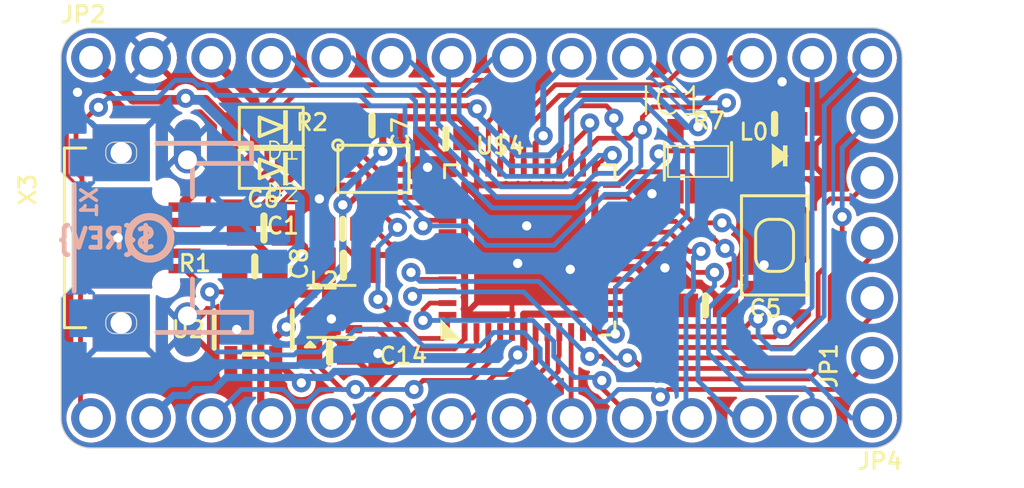
<source format=kicad_pcb>
(kicad_pcb (version 20221018) (generator pcbnew)
  (layers (0 "F.Cu" signal) (31 "B.Cu" signal) (34 "B.Paste" user) (35 "F.Paste" user) (36 "B.SilkS" user "B.Silkscreen") (37 "F.SilkS" user "F.Silkscreen") (38 "B.Mask" user) (39 "F.Mask" user) (44 "Edge.Cuts" user))
  (net 0 "")
  (net 1 "GND")
  (net 2 "MOSI")
  (net 3 "MISO")
  (net 4 "SCK")
  (net 5 "A5")
  (net 6 "A4")
  (net 7 "A3")
  (net 8 "A2")
  (net 9 "A1")
  (net 10 "D11")
  (net 11 "D12")
  (net 12 "+3V3")
  (net 13 "VBUS")
  (net 14 "VBAT")
  (net 15 "N$2")
  (net 16 "AREF")
  (net 17 "D13")
  (net 18 "A0")
  (net 19 "VDDCORE")
  (net 20 "SCL")
  (net 21 "SDA")
  (net 22 "D9")
  (net 23 "D8")
  (net 24 "D7")
  (net 25 "D6")
  (net 26 "D5")
  (net 27 "D4")
  (net 28 "D1")
  (net 29 "D0")
  (net 30 "D10")
  (net 31 "D+")
  (net 32 "D-")
  (net 33 "~{RESET}")
  (net 34 "SWCLK")
  (net 35 "SWDIO")
  (net 36 "EN")
  (net 37 "D3")
  (net 38 "D2")
  (net 39 "VHI")
  (net 40 "N$5")
  (net 41 "D5_5V")
  (net 42 "N$1")
  (net 43 "FLASH_SCK")
  (net 44 "FLASH_MOSI")
  (net 45 "FLASH_MISO")
  (net 46 "FLASH_CS")
  (footprint "working:4UCONN_20329_V2" (layer "F.Cu") (at 135.1661 105.0036 -90)
    (fp_text reference "X3")
    (fp_text value "microUSB")
    (fp_line (start -4.05 2.15) (end -4.05 1.6) (stroke (width 0.05)) (layer "Edge.Cuts"))
    (fp_line (start -3.7 1.25) (end -3.5 1.25) (stroke (width 0.05)) (layer "Edge.Cuts"))
    (fp_line (start -3.5 2.55) (end -3.7 2.55) (stroke (width 0.05)) (layer "Edge.Cuts"))
    (fp_line (start -3.15 1.6) (end -3.15 2.15) (stroke (width 0.05)) (layer "Edge.Cuts"))
    (fp_line (start 3.15 2.2) (end 3.15 1.6) (stroke (width 0.05)) (layer "Edge.Cuts"))
    (fp_line (start 4.05 1.6) (end 4.05 2.2) (stroke (width 0.05)) (layer "Edge.Cuts"))
    (fp_arc (start -4.05 1.6) (mid -3.947487 1.352513) (end -3.7 1.25) (stroke (width 0.05)) (layer "Edge.Cuts"))
    (fp_arc (start -3.7 2.55) (mid -3.957843 2.422487) (end -4.05 2.15) (stroke (width 0.05)) (layer "Edge.Cuts"))
    (fp_arc (start -3.5 1.25) (mid -3.252513 1.352513) (end -3.15 1.6) (stroke (width 0.05)) (layer "Edge.Cuts"))
    (fp_arc (start -3.15 2.15) (mid -3.242157 2.422487) (end -3.5 2.55) (stroke (width 0.05)) (layer "Edge.Cuts"))
    (fp_arc (start 3.15 1.6) (mid 3.302513 1.331802) (end 3.6 1.25) (stroke (width 0.05)) (layer "Edge.Cuts"))
    (fp_arc (start 3.6 1.25) (mid 3.897487 1.331802) (end 4.05 1.6) (stroke (width 0.05)) (layer "Edge.Cuts"))
    (fp_arc (start 3.6 2.55) (mid 3.302513 2.468198) (end 3.15 2.2) (stroke (width 0.05)) (layer "Edge.Cuts"))
    (fp_arc (start 4.05 2.2) (mid 3.897487 2.468198) (end 3.6 2.55) (stroke (width 0.05)) (layer "Edge.Cuts"))
  )
  (footprint "working:0603-NO" (layer "F.Cu") (at 160.8836 100.1776 180)
    (fp_text reference "R7")
    (fp_text value "2.2K")
  )
  (footprint "working:0603-NO" (layer "F.Cu") (at 157.9626 107.8611)
    (fp_text reference "C5")
    (fp_text value "1uF")
  )
  (footprint "working:SOD-123FL" (layer "F.Cu") (at 139.6111 102.0826 180)
    (fp_text reference "D2")
    (fp_text value "MBR120")
  )
  (footprint "working:SOD-123FL" (layer "F.Cu") (at 139.6111 100.3046 180)
    (fp_text reference "D1")
    (fp_text value "MBR120")
  )
  (footprint "working:0603-NO" (layer "F.Cu") (at 146.9896 100.7956 180)
    (fp_text reference "C7")
    (fp_text value "1uF")
  )
  (footprint "working:APA102_2020" (layer "F.Cu") (at 142.1511 108.1151)
    (fp_text reference "L2")
    (fp_text value "AP102-2020")
  )
  (footprint "working:TQFN48_7MM" (layer "F.Cu") (at 150.5331 105.5116)
    (fp_text reference "U$4")
    (fp_text value "ATSAMD21G18")
  )
  (footprint "working:0603-NO" (layer "F.Cu") (at 142.6337 104.6226 180)
    (fp_text reference "C1")
    (fp_text value "1uF")
  )
  (footprint "working:0805-NO" (layer "F.Cu") (at 139.2986 104.5826)
    (fp_text reference "C6")
    (fp_text value "10µF")
  )
  (footprint "working:0603-NO" (layer "F.Cu") (at 142.0749 109.866507)
    (fp_text reference "C14")
    (fp_text value "1uF")
  )
  (footprint "working:0603-NO" (layer "F.Cu") (at 143.8656 100.2411 180)
    (fp_text reference "R2")
    (fp_text value "100k")
  )
  (footprint "working:SOT23-5" (layer "F.Cu") (at 138.8491 108.8771 180)
    (fp_text reference "U2")
    (fp_text value "AP2112K-3.3")
  )
  (footprint "working:0603-NO" (layer "F.Cu") (at 138.9126 106.2101 180)
    (fp_text reference "R1")
    (fp_text value "100k")
  )
  (footprint "working:CHIPLED_0805_NOOUTLINE" (layer "F.Cu") (at 161.0961 101.5346 -90)
    (fp_text reference "L0")
    (fp_text value "RED")
  )
  (footprint "working:0805-NO" (layer "F.Cu") (at 142.6626 106.1616 180)
    (fp_text reference "C8")
    (fp_text value "10µF")
  )
  (footprint "working:KMR2" (layer "F.Cu") (at 160.8836 105.3211 -90)
    (fp_text reference "SW1" hide)
    (fp_text value "SPST_TACT-KMR2" hide)
  )
  (footprint "working:1X05_ROUND_70" (layer "F.Cu") (at 165.0111 105.0036 90)
    (fp_text reference "JP1")
    (fp_text value "")
  )
  (footprint "working:SOT23-5" (layer "F.Cu") (at 157.6451 101.7651)
    (fp_text reference "IC1")
    (fp_text value "74HCT1G125")
  )
  (footprint "working:USON8" (layer "F.Cu") (at 143.9291 102.0826)
    (fp_text reference "U1" hide)
    (fp_text value "flash" hide)
  )
  (footprint "working:1X14_ROUND70" (layer "F.Cu") (at 148.5011 97.3836)
    (fp_text reference "JP2")
    (fp_text value "")
  )
  (footprint "working:FIDUCIAL_1MM" (layer "F.Cu") (at 161.1376 104.8766 -90)
    (fp_text reference "U$34" hide)
    (fp_text value "FIDUCIAL_1MM" hide)
  )
  (footprint "working:ITSYM0_TOP" (layer "F.Cu") (at 130.7211 113.8936)
    (fp_text reference "U$14" hide)
    (fp_text value "" hide)
  )
  (footprint "working:1X14_ROUND70" (layer "F.Cu") (at 148.5011 112.6236 180)
    (fp_text reference "JP4")
    (fp_text value "")
  )
  (footprint "working:FIDUCIAL_1MM" (layer "F.Cu") (at 132.9908 110.9021 -90)
    (fp_text reference "U$35" hide)
    (fp_text value "FIDUCIAL_1MM" hide)
  )
  (footprint "working:ITSYM0_BOT" (layer "B.Cu") (at 166.2811 113.8936 180)
    (fp_text reference "U$15" hide)
    (fp_text value "" hide)
  )
  (footprint "working:JSTPH2" (layer "B.Cu") (at 134.2771 105.0036 -90)
    (fp_text reference "X1")
    (fp_text value "")
  )
  (footprint "working:PCBFEAT-REV-040" (layer "B.Cu") (at 134.4676 105.0036 180)
    (fp_text reference "U$13" hide)
    (fp_text value "" hide)
  )
  (gr_arc (start 165.0111 96.1136) (mid 165.909126 96.485574) (end 166.2811 97.3836) (stroke (width 0.05)) (layer "Edge.Cuts"))
  (gr_arc (start 130.7211 97.3836) (mid 131.093074 96.485574) (end 131.9911 96.1136) (stroke (width 0.05)) (layer "Edge.Cuts"))
  (gr_line (start 131.9911 113.8936) (end 165.0111 113.8936) (stroke (width 0.05)) (layer "Edge.Cuts"))
  (gr_arc (start 166.2811 112.6236) (mid 165.909126 113.521626) (end 165.0111 113.8936) (stroke (width 0.05)) (layer "Edge.Cuts"))
  (gr_arc (start 131.9911 113.8936) (mid 131.093074 113.521626) (end 130.7211 112.6236) (stroke (width 0.05)) (layer "Edge.Cuts"))
  (gr_line (start 131.2291 102.7176) (end 131.2291 107.0356) (stroke (width 0.05)) (layer "Edge.Cuts"))
  (gr_line (start 130.7211 107.5436) (end 130.7211 112.6236) (stroke (width 0.05)) (layer "Edge.Cuts"))
  (gr_line (start 166.2811 112.6236) (end 166.2811 97.3836) (stroke (width 0.05)) (layer "Edge.Cuts"))
  (gr_line (start 130.7211 97.3836) (end 130.7211 102.2096) (stroke (width 0.05)) (layer "Edge.Cuts"))
  (gr_line (start 165.0111 96.1136) (end 131.9911 96.1136) (stroke (width 0.05)) (layer "Edge.Cuts"))
  (gr_line (start 130.7211 102.2096) (end 131.2291 102.7176) (stroke (width 0.05)) (layer "Edge.Cuts"))
  (gr_line (start 131.2291 107.0356) (end 130.7211 107.5436) (stroke (width 0.05)) (layer "Edge.Cuts"))
  (segment (start 142.0241 106.5366) (end 142.0241 107.8611) (width 0.2032) (layer "F.Cu") (net 1))
  (segment (start 142.7291 102.8326) (end 142.4171 102.8326) (width 0.2032) (layer "F.Cu") (net 1))
  (segment (start 150.0251 105.5116) (end 150.5331 105.5116) (width 0.2032) (layer "F.Cu") (net 1))
  (segment (start 141.817116 106.188211) (end 141.908294 106.245817) (width 0.2032) (layer "F.Cu") (net 1))
  (segment (start 141.7126 106.1616) (end 141.7126 106.1616) (width 0.2032) (layer "F.Cu") (net 1))
  (segment (start 149.7831 108.9866) (end 149.7831 106.3886) (width 0.2032) (layer "F.Cu") (net 1))
  (segment (start 150.5331 105.3886) (end 150.5331 104.6226) (width 0.2032) (layer "F.Cu") (net 1))
  (segment (start 142.1511 108.4326) (end 142.1511 107.9881) (width 0.2032) (layer "F.Cu") (net 1))
  (segment (start 150.5331 104.6226) (end 150.4061 104.4956) (width 0.2032) (layer "F.Cu") (net 1))
  (segment (start 142.0241 102.9716) (end 141.6431 103.3526) (width 0.2032) (layer "F.Cu") (net 1))
  (segment (start 159.8611 103.0986) (end 160.0836 103.3211) (width 0.254) (layer "F.Cu") (net 1))
  (segment (start 158.7246 107.8611) (end 158.0261 107.1626) (width 0.2032) (layer "F.Cu") (net 1))
  (segment (start 142.2781 102.9716) (end 142.0241 102.9716) (width 0.2032) (layer "F.Cu") (net 1))
  (segment (start 138.8491 107.577) (end 138.8491 108.2421) (width 0.3048) (layer "F.Cu") (net 1))
  (segment (start 135.9411 106.3036) (end 136.133806 106.3036) (width 0.2032) (layer "F.Cu") (net 1))
  (segment (start 142.4171 102.8326) (end 142.2781 102.9716) (width 0.2032) (layer "F.Cu") (net 1))
  (segment (start 141.908294 106.245817) (end 141.977207 106.328779) (width 0.2032) (layer "F.Cu") (net 1))
  (segment (start 150.0251 106.0831) (end 150.0251 105.5116) (width 0.2032) (layer "F.Cu") (net 1))
  (segment (start 138.8491 108.2421) (end 138.5316 108.5596) (width 0.3048) (layer "F.Cu") (net 1))
  (segment (start 158.5951 103.0986) (end 158.5951 103.0551) (width 0.254) (layer "F.Cu") (net 1))
  (segment (start 158.8126 107.8611) (end 158.7246 107.8611) (width 0.2032) (layer "F.Cu") (net 1))
  (segment (start 158.5951 103.0986) (end 159.8611 103.0986) (width 0.254) (layer "F.Cu") (net 1))
  (segment (start 148.2831 102.0366) (end 148.2831 105.6386) (width 0.2032) (layer "F.Cu") (net 1))
  (segment (start 141.7126 106.1616) (end 141.817116 106.188211) (width 0.2032) (layer "F.Cu") (net 1))
  (segment (start 141.977207 106.328779) (end 142.0241 106.5366) (width 0.2032) (layer "F.Cu") (net 1))
  (via (at 141.6431 103.3526) (size 0.8001) (drill 0.3937) (layers "F.Cu" "B.Cu") (net 1))
  (via (at 150.0251 106.0831) (size 0.8001) (drill 0.3937) (layers "F.Cu" "B.Cu") (net 1))
  (via (at 138.1506 108.8771) (size 0.8001) (drill 0.3937) (layers "F.Cu" "B.Cu") (net 1))
  (via (at 156.2481 106.2736) (size 0.8001) (drill 0.3937) (layers "F.Cu" "B.Cu") (net 1))
  (via (at 155.702 103.1367) (size 0.8001) (drill 0.3937) (layers "F.Cu" "B.Cu") (net 1))
  (via (at 161.2011 98.3996) (size 0.8001) (drill 0.3937) (layers "F.Cu" "B.Cu") (net 1))
  (via (at 160.4391 106.1466) (size 0.8001) (drill 0.3937) (layers "F.Cu" "B.Cu") (net 1))
  (via (at 131.4196 98.8441) (size 0.8001) (drill 0.3937) (layers "F.Cu" "B.Cu") (net 1))
  (via (at 142.1511 108.4326) (size 0.8001) (drill 0.3937) (layers "F.Cu" "B.Cu") (net 1))
  (via (at 150.4061 104.4956) (size 0.8001) (drill 0.3937) (layers "F.Cu" "B.Cu") (net 1))
  (via (at 146.2151 102.0191) (size 0.8001) (drill 0.3937) (layers "F.Cu" "B.Cu") (net 1))
  (via (at 144.1196 109.8931) (size 0.8001) (drill 0.3937) (layers "F.Cu" "B.Cu") (net 1))
  (via (at 152.2476 106.3371) (size 0.8001) (drill 0.3937) (layers "F.Cu" "B.Cu") (net 1))
  (via (at 133.1341 105.0036) (size 0.8001) (drill 0.3937) (layers "F.Cu" "B.Cu") (net 1))
  (segment (start 157.5181 106.4641) (end 158.3436 106.4641) (width 0.2032) (layer "F.Cu") (net 2))
  (segment (start 154.0081 105.2616) (end 156.3156 105.2616) (width 0.2032) (layer "F.Cu") (net 2))
  (segment (start 156.3156 105.2616) (end 157.5181 106.4641) (width 0.2032) (layer "F.Cu") (net 2))
  (via (at 158.3436 106.4641) (size 0.8001) (drill 0.3937) (layers "F.Cu" "B.Cu") (net 2))
  (segment (start 158.3436 107.0356) (end 157.6451 107.7341) (width 0.2032) (layer "B.Cu") (net 2))
  (segment (start 159.2326 112.6236) (end 159.9311 112.6236) (width 0.2032) (layer "B.Cu") (net 2))
  (segment (start 158.3436 107.0356) (end 158.3436 106.4641) (width 0.2032) (layer "B.Cu") (net 2))
  (segment (start 157.6451 107.7341) (end 157.6451 111.0361) (width 0.2032) (layer "B.Cu") (net 2))
  (segment (start 157.6451 111.0361) (end 159.2326 112.6236) (width 0.2032) (layer "B.Cu") (net 2))
  (segment (start 158.7246 105.4481) (end 158.7881 105.4481) (width 0.2032) (layer "F.Cu") (net 3))
  (segment (start 157.2006 104.8131) (end 156.6926 104.3051) (width 0.2032) (layer "F.Cu") (net 3))
  (segment (start 154.7441 104.2616) (end 154.0081 104.2616) (width 0.2032) (layer "F.Cu") (net 3))
  (segment (start 154.7876 104.3051) (end 154.7441 104.2616) (width 0.2032) (layer "F.Cu") (net 3))
  (segment (start 157.2006 104.8131) (end 158.0896 104.8131) (width 0.2032) (layer "F.Cu") (net 3))
  (segment (start 156.6926 104.3051) (end 154.7876 104.3051) (width 0.2032) (layer "F.Cu") (net 3))
  (segment (start 158.0896 104.8131) (end 158.7246 105.4481) (width 0.2032) (layer "F.Cu") (net 3))
  (via (at 158.7881 105.4481) (size 0.8001) (drill 0.3937) (layers "F.Cu" "B.Cu") (net 3))
  (segment (start 159.1691 106.9086) (end 159.1691 105.7656) (width 0.2032) (layer "B.Cu") (net 3))
  (segment (start 158.0896 107.9881) (end 159.1691 106.9086) (width 0.2032) (layer "B.Cu") (net 3))
  (segment (start 162.4711 111.6711) (end 162.4711 112.6236) (width 0.2032) (layer "B.Cu") (net 3))
  (segment (start 158.0896 109.8931) (end 159.5501 111.3536) (width 0.2032) (layer "B.Cu") (net 3))
  (segment (start 159.1691 105.7656) (end 158.8516 105.4481) (width 0.2032) (layer "B.Cu") (net 3))
  (segment (start 158.0896 107.9881) (end 158.0896 109.8931) (width 0.2032) (layer "B.Cu") (net 3))
  (segment (start 159.5501 111.3536) (end 162.1536 111.3536) (width 0.2032) (layer "B.Cu") (net 3))
  (segment (start 162.1536 111.3536) (end 162.4711 111.6711) (width 0.2032) (layer "B.Cu") (net 3))
  (segment (start 158.8516 105.4481) (end 158.7881 105.4481) (width 0.2032) (layer "B.Cu") (net 3))
  (segment (start 156.4266 104.7616) (end 156.4386 104.7496) (width 0.2032) (layer "F.Cu") (net 4))
  (segment (start 157.2641 105.5751) (end 157.7721 105.5751) (width 0.2032) (layer "F.Cu") (net 4))
  (segment (start 156.4386 104.7496) (end 157.2641 105.5751) (width 0.2032) (layer "F.Cu") (net 4))
  (segment (start 154.0081 104.7616) (end 156.4266 104.7616) (width 0.2032) (layer "F.Cu") (net 4))
  (via (at 157.7721 105.5751) (size 0.8001) (drill 0.3937) (layers "F.Cu" "B.Cu") (net 4))
  (segment (start 157.7086 105.5751) (end 157.7721 105.5751) (width 0.2032) (layer "B.Cu") (net 4))
  (segment (start 157.4546 107.2261) (end 157.1371 107.5436) (width 0.2032) (layer "B.Cu") (net 4))
  (segment (start 157.1371 112.3696) (end 157.3911 112.6236) (width 0.2032) (layer "B.Cu") (net 4))
  (segment (start 157.4546 105.8291) (end 157.7086 105.5751) (width 0.2032) (layer "B.Cu") (net 4))
  (segment (start 157.1371 107.5436) (end 157.1371 112.3696) (width 0.2032) (layer "B.Cu") (net 4))
  (segment (start 157.4546 105.8291) (end 157.4546 107.2261) (width 0.2032) (layer "B.Cu") (net 4))
  (segment (start 153.5811 111.3536) (end 153.5811 111.0361) (width 0.2032) (layer "F.Cu") (net 5))
  (segment (start 154.8511 112.6236) (end 153.5811 111.3536) (width 0.2032) (layer "F.Cu") (net 5))
  (segment (start 147.0581 107.7616) (end 146.3146 107.7616) (width 0.2032) (layer "F.Cu") (net 5))
  (segment (start 146.0246 108.0516) (end 146.0246 108.4961) (width 0.2032) (layer "F.Cu") (net 5))
  (segment (start 146.3146 107.7616) (end 146.0246 108.0516) (width 0.2032) (layer "F.Cu") (net 5))
  (via (at 153.5811 111.0361) (size 0.8001) (drill 0.3937) (layers "F.Cu" "B.Cu") (net 5))
  (via (at 146.0246 108.4961) (size 0.8001) (drill 0.3937) (layers "F.Cu" "B.Cu") (net 5))
  (segment (start 153.4541 110.9091) (end 153.5811 111.0361) (width 0.2032) (layer "B.Cu") (net 5))
  (segment (start 152.4381 110.9091) (end 153.4541 110.9091) (width 0.2032) (layer "B.Cu") (net 5))
  (segment (start 151.5491 109.3851) (end 150.6601 108.4961) (width 0.2032) (layer "B.Cu") (net 5))
  (segment (start 152.4381 110.9091) (end 151.5491 110.0201) (width 0.2032) (layer "B.Cu") (net 5))
  (segment (start 150.6601 108.4961) (end 146.0246 108.4961) (width 0.2032) (layer "B.Cu") (net 5))
  (segment (start 151.5491 110.0201) (end 151.5491 109.3851) (width 0.2032) (layer "B.Cu") (net 5))
  (segment (start 152.2831 112.6236) (end 152.3111 112.6236) (width 0.2032) (layer "F.Cu") (net 6))
  (segment (start 152.2831 108.9866) (end 152.2831 112.6236) (width 0.2032) (layer "F.Cu") (net 6))
  (segment (start 151.7831 109.9766) (end 151.7396 110.0201) (width 0.2032) (layer "F.Cu") (net 7))
  (segment (start 151.7396 110.6551) (end 149.7711 112.6236) (width 0.2032) (layer "F.Cu") (net 7))
  (segment (start 151.7396 110.0201) (end 151.7396 110.6551) (width 0.2032) (layer "F.Cu") (net 7))
  (segment (start 151.7831 108.9866) (end 151.7831 109.9766) (width 0.2032) (layer "F.Cu") (net 7))
  (segment (start 148.1201 112.6236) (end 147.2311 112.6236) (width 0.2032) (layer "F.Cu") (net 8))
  (segment (start 151.2831 108.9866) (end 151.2831 110.4131) (width 0.2032) (layer "F.Cu") (net 8))
  (segment (start 149.3266 111.4171) (end 150.2791 111.4171) (width 0.2032) (layer "F.Cu") (net 8))
  (segment (start 148.1201 112.6236) (end 149.3266 111.4171) (width 0.2032) (layer "F.Cu") (net 8))
  (segment (start 150.2791 111.4171) (end 151.2831 110.4131) (width 0.2032) (layer "F.Cu") (net 8))
  (segment (start 148.3741 111.4806) (end 146.5961 111.4806) (width 0.2032) (layer "F.Cu") (net 9))
  (segment (start 145.4531 112.6236) (end 144.6911 112.6236) (width 0.2032) (layer "F.Cu") (net 9))
  (segment (start 148.3741 111.4806) (end 149.0726 110.7821) (width 0.2032) (layer "F.Cu") (net 9))
  (segment (start 150.2791 110.7821) (end 150.7831 110.2781) (width 0.2032) (layer "F.Cu") (net 9))
  (segment (start 149.0726 110.7821) (end 150.2791 110.7821) (width 0.2032) (layer "F.Cu") (net 9))
  (segment (start 150.7831 110.2781) (end 150.7831 108.9866) (width 0.2032) (layer "F.Cu") (net 9))
  (segment (start 146.5961 111.4806) (end 145.4531 112.6236) (width 0.2032) (layer "F.Cu") (net 9))
  (segment (start 153.8086 101.5111) (end 154.0256 101.5111) (width 0.2032) (layer "F.Cu") (net 10))
  (segment (start 153.2831 102.0366) (end 153.8086 101.5111) (width 0.2032) (layer "F.Cu") (net 10))
  (via (at 154.0256 101.5111) (size 0.8001) (drill 0.3937) (layers "F.Cu" "B.Cu") (net 10))
  (segment (start 146.6596 98.7171) (end 145.3261 97.3836) (width 0.2032) (layer "B.Cu") (net 10))
  (segment (start 146.6596 100.1776) (end 149.3266 102.8446) (width 0.2032) (layer "B.Cu") (net 10))
  (segment (start 153.4541 101.5111) (end 154.0256 101.5111) (width 0.2032) (layer "B.Cu") (net 10))
  (segment (start 146.6596 100.1776) (end 146.6596 98.7171) (width 0.2032) (layer "B.Cu") (net 10))
  (segment (start 152.1206 102.8446) (end 153.4541 101.5111) (width 0.2032) (layer "B.Cu") (net 10))
  (segment (start 145.3261 97.3836) (end 144.6911 97.3836) (width 0.2032) (layer "B.Cu") (net 10))
  (segment (start 152.1206 102.8446) (end 149.3266 102.8446) (width 0.2032) (layer "B.Cu") (net 10))
  (segment (start 151.7831 101.4041) (end 151.8666 101.3206) (width 0.2032) (layer "F.Cu") (net 11))
  (segment (start 151.8666 100.1141) (end 152.5651 99.4156) (width 0.2032) (layer "F.Cu") (net 11))
  (segment (start 151.8666 101.3206) (end 151.8666 100.1141) (width 0.2032) (layer "F.Cu") (net 11))
  (segment (start 154.0891 99.7331) (end 154.0891 99.9363) (width 0.2032) (layer "F.Cu") (net 11))
  (segment (start 153.7716 99.4156) (end 152.5651 99.4156) (width 0.2032) (layer "F.Cu") (net 11))
  (segment (start 151.7831 102.0366) (end 151.7831 101.4041) (width 0.2032) (layer "F.Cu") (net 11))
  (segment (start 153.7716 99.4156) (end 154.0891 99.7331) (width 0.2032) (layer "F.Cu") (net 11))
  (via (at 154.0891 99.9363) (size 0.8001) (drill 0.3937) (layers "F.Cu" "B.Cu") (net 11))
  (segment (start 154.0891 100.4951) (end 154.0891 99.9363) (width 0.2032) (layer "B.Cu") (net 11))
  (segment (start 153.3271 102.2731) (end 154.2796 102.2731) (width 0.2032) (layer "B.Cu") (net 11))
  (segment (start 146.2151 98.9711) (end 146.2151 100.3681) (width 0.2032) (layer "B.Cu") (net 11))
  (segment (start 144.1831 98.5266) (end 145.7706 98.5266) (width 0.2032) (layer "B.Cu") (net 11))
  (segment (start 152.3111 103.2891) (end 153.3271 102.2731) (width 0.2032) (layer "B.Cu") (net 11))
  (segment (start 154.2796 102.2731) (end 154.7876 101.7651) (width 0.2032) (layer "B.Cu") (net 11))
  (segment (start 143.0401 97.3836) (end 144.1831 98.5266) (width 0.2032) (layer "B.Cu") (net 11))
  (segment (start 154.7876 101.7651) (end 154.7876 101.1936) (width 0.2032) (layer "B.Cu") (net 11))
  (segment (start 146.2151 100.3681) (end 149.1361 103.2891) (width 0.2032) (layer "B.Cu") (net 11))
  (segment (start 152.3111 103.2891) (end 149.1361 103.2891) (width 0.2032) (layer "B.Cu") (net 11))
  (segment (start 143.0401 97.3836) (end 142.1511 97.3836) (width 0.2032) (layer "B.Cu") (net 11))
  (segment (start 145.7706 98.5266) (end 146.2151 98.9711) (width 0.2032) (layer "B.Cu") (net 11))
  (segment (start 154.7876 101.1936) (end 154.0891 100.4951) (width 0.2032) (layer "B.Cu") (net 11))
  (segment (start 155.0931 106.2616) (end 156.6926 107.8611) (width 0.3048) (layer "F.Cu") (net 12))
  (segment (start 143.4996 106.1616) (end 143.6126 106.1616) (width 0.2032) (layer "F.Cu") (net 12))
  (segment (start 143.1808 106.1616) (end 143.6126 106.1616) (width 0.254) (layer "F.Cu") (net 12))
  (segment (start 145.8595 105.7275) (end 144.161 105.7275) (width 0.254) (layer "F.Cu") (net 12))
  (segment (start 144.161 105.7275) (end 143.7269 106.1616) (width 0.2032) (layer "F.Cu") (net 12))
  (segment (start 140.4366 108.585) (end 140.4366 107.6071) (width 0.3048) (layer "F.Cu") (net 12))
  (segment (start 147.8396 100.2146) (end 147.8396 100.7956) (width 0.3048) (layer "F.Cu") (net 12))
  (segment (start 143.2941 102.5271) (end 143.0996 102.3326) (width 0.254) (layer "F.Cu") (net 12))
  (segment (start 145.0331 99.9236) (end 144.7156 100.2411) (width 0.3048) (layer "F.Cu") (net 12))
  (segment (start 143.7269 106.1616) (end 143.6126 106.1616) (width 0.2032) (layer "F.Cu") (net 12))
  (segment (start 143.2941 103.1621) (end 143.2941 102.5271) (width 0.254) (layer "F.Cu") (net 12))
  (segment (start 146.3936 106.2616) (end 145.8595 105.7275) (width 0.254) (layer "F.Cu") (net 12))
  (segment (start 144.976296 100.501797) (end 145.1291 100.501797) (width 0.2032) (layer "F.Cu") (net 12))
  (segment (start 147.7831 102.0366) (end 147.7831 100.8521) (width 0.3048) (layer "F.Cu") (net 12))
  (segment (start 139.7991 110.1772) (end 139.7991 109.2225) (width 0.3048) (layer "F.Cu") (net 12))
  (segment (start 143.4983 106.1616) (end 143.6126 106.1616) (width 0.2032) (layer "F.Cu") (net 12))
  (segment (start 140.7596 111.1377) (end 140.8811 111.1377) (width 0.3048) (layer "F.Cu") (net 12))
  (segment (start 155.0931 106.2616) (end 154.0081 106.2616) (width 0.3048) (layer "F.Cu") (net 12))
  (segment (start 145.0331 99.9236) (end 147.5486 99.9236) (width 0.3048) (layer "F.Cu") (net 12))
  (segment (start 139.7991 110.1772) (end 140.7596 111.1377) (width 0.3048) (layer "F.Cu") (net 12))
  (segment (start 143.0996 102.3326) (end 142.7291 102.3326) (width 0.254) (layer "F.Cu") (net 12))
  (segment (start 142.8496 103.6066) (end 142.6337 103.6066) (width 0.254) (layer "F.Cu") (net 12))
  (segment (start 144.3228 101.346) (end 144.3228 100.6339) (width 0.3048) (layer "F.Cu") (net 12))
  (segment (start 142.6337 103.6066) (end 142.6337 105.2957) (width 0.2032) (layer "F.Cu") (net 12))
  (segment (start 145.1291 101.8326) (end 145.1291 101.3326) (width 0.3048) (layer "F.Cu") (net 12))
  (segment (start 140.4366 107.6071) (end 140.6786 107.3651) (width 0.3048) (layer "F.Cu") (net 12))
  (segment (start 147.7831 100.8521) (end 147.8396 100.7956) (width 0.3048) (layer "F.Cu") (net 12))
  (segment (start 140.4366 108.585) (end 140.2461 108.7755) (width 0.3048) (layer "F.Cu") (net 12))
  (segment (start 153.2509 108.2294) (end 153.2509 106.2616) (width 0.3048) (layer "F.Cu") (net 12))
  (segment (start 150.2831 109.6986) (end 150.0251 109.9566) (width 0.3048) (layer "F.Cu") (net 12))
  (segment (start 150.2831 108.2294) (end 153.2509 108.2294) (width 0.3048) (layer "F.Cu") (net 12))
  (segment (start 142.6337 105.2957) (end 143.4996 106.1616) (width 0.2032) (layer "F.Cu") (net 12))
  (segment (start 144.3228 100.6339) (end 144.7156 100.2411) (width 0.3048) (layer "F.Cu") (net 12))
  (segment (start 147.5486 99.9236) (end 147.8396 100.2146) (width 0.3048) (layer "F.Cu") (net 12))
  (segment (start 150.2831 108.9866) (end 150.2831 109.6986) (width 0.3048) (layer "F.Cu") (net 12))
  (segment (start 150.2831 108.9866) (end 150.2831 108.2294) (width 0.3048) (layer "F.Cu") (net 12))
  (segment (start 144.7156 100.2411) (end 144.976296 100.501797) (width 0.2032) (layer "F.Cu") (net 12))
  (segment (start 140.6786 107.3651) (end 141.2011 107.3651) (width 0.3048) (layer "F.Cu") (net 12))
  (segment (start 156.6926 107.8611) (end 157.1126 107.8611) (width 0.3048) (layer "F.Cu") (net 12))
  (segment (start 153.2509 106.2616) (end 154.0081 106.2616) (width 0.3048) (layer "F.Cu") (net 12))
  (segment (start 145.1291 101.3326) (end 145.1291 100.501797) (width 0.3048) (layer "F.Cu") (net 12))
  (segment (start 147.0581 106.2616) (end 146.3936 106.2616) (width 0.254) (layer "F.Cu") (net 12))
  (segment (start 139.7991 109.2225) (end 140.2461 108.7755) (width 0.3048) (layer "F.Cu") (net 12))
  (segment (start 143.2941 103.1621) (end 142.8496 103.6066) (width 0.254) (layer "F.Cu") (net 12))
  (via (at 140.8811 111.1377) (size 0.8001) (drill 0.3937) (layers "F.Cu" "B.Cu") (net 12))
  (via (at 150.0251 109.9566) (size 0.8001) (drill 0.3937) (layers "F.Cu" "B.Cu") (net 12))
  (via (at 144.3228 101.346) (size 0.8001) (drill 0.3937) (layers "F.Cu" "B.Cu") (net 12))
  (via (at 140.2461 108.7755) (size 0.8001) (drill 0.3937) (layers "F.Cu" "B.Cu") (net 12))
  (via (at 142.6337 103.6066) (size 0.8001) (drill 0.3937) (layers "F.Cu" "B.Cu") (net 12))
  (segment (start 136.3726 111.4171) (end 137.1981 111.4171) (width 0.3048) (layer "B.Cu") (net 12))
  (segment (start 144.3228 101.346) (end 142.6337 103.0351) (width 0.3048) (layer "B.Cu") (net 12))
  (segment (start 140.2461 108.5596) (end 140.2461 108.7755) (width 0.3048) (layer "B.Cu") (net 12))
  (segment (start 149.3901 110.6551) (end 142.2781 110.6551) (width 0.3048) (layer "B.Cu") (net 12))
  (segment (start 140.8811 111.0361) (end 140.8811 111.1377) (width 0.3048) (layer "B.Cu") (net 12))
  (segment (start 140.7541 110.9091) (end 140.8811 111.0361) (width 0.3048) (layer "B.Cu") (net 12))
  (segment (start 142.6337 106.172) (end 142.6337 103.6066) (width 0.3048) (layer "B.Cu") (net 12))
  (segment (start 141.0081 110.9091) (end 140.8811 111.0361) (width 0.3048) (layer "B.Cu") (net 12))
  (segment (start 135.4836 111.6711) (end 136.1186 111.6711) (width 0.3048) (layer "B.Cu") (net 12))
  (segment (start 149.3901 110.6551) (end 150.0251 110.0201) (width 0.3048) (layer "B.Cu") (net 12))
  (segment (start 136.1186 111.6711) (end 136.3726 111.4171) (width 0.3048) (layer "B.Cu") (net 12))
  (segment (start 141.0081 110.9091) (end 142.0241 110.9091) (width 0.3048) (layer "B.Cu") (net 12))
  (segment (start 142.0241 110.9091) (end 142.2781 110.6551) (width 0.3048) (layer "B.Cu") (net 12))
  (segment (start 137.7061 110.9091) (end 140.7541 110.9091) (width 0.3048) (layer "B.Cu") (net 12))
  (segment (start 142.6337 106.172) (end 140.2461 108.5596) (width 0.3048) (layer "B.Cu") (net 12))
  (segment (start 137.1981 111.4171) (end 137.7061 110.9091) (width 0.3048) (layer "B.Cu") (net 12))
  (segment (start 142.6337 103.0351) (end 142.6337 103.6066) (width 0.3048) (layer "B.Cu") (net 12))
  (segment (start 150.0251 110.0201) (end 150.0251 109.9566) (width 0.2032) (layer "B.Cu") (net 12))
  (segment (start 134.5311 112.6236) (end 135.4836 111.6711) (width 0.3048) (layer "B.Cu") (net 12))
  (segment (start 138.9126 99.2251) (end 137.0711 97.3836) (width 0.4064) (layer "F.Cu") (net 13))
  (segment (start 135.9411 103.4666) (end 137.3251 102.0826) (width 0.4064) (layer "F.Cu") (net 13))
  (segment (start 137.3251 102.0826) (end 137.9736 102.0826) (width 0.4064) (layer "F.Cu") (net 13))
  (segment (start 138.9126 101.4476) (end 138.9126 99.2251) (width 0.4064) (layer "F.Cu") (net 13))
  (segment (start 138.9126 101.4476) (end 138.2776 102.0826) (width 0.4064) (layer "F.Cu") (net 13))
  (segment (start 135.9411 103.7036) (end 135.9411 103.4666) (width 0.4064) (layer "F.Cu") (net 13))
  (segment (start 138.2776 102.0826) (end 137.9736 102.0826) (width 0.4064) (layer "F.Cu") (net 13))
  (segment (start 131.9911 97.3836) (end 133.7691 99.1616) (width 0.4064) (layer "F.Cu") (net 14))
  (segment (start 133.7691 99.1616) (end 135.9916 99.1616) (width 0.4064) (layer "F.Cu") (net 14))
  (segment (start 135.9916 99.1616) (end 136.8306 99.1616) (width 0.4064) (layer "F.Cu") (net 14))
  (segment (start 135.9916 99.0981) (end 135.9916 99.1616) (width 0.4064) (layer "F.Cu") (net 14))
  (segment (start 136.8306 99.1616) (end 137.9736 100.3046) (width 0.4064) (layer "F.Cu") (net 14))
  (via (at 135.9916 99.0981) (size 0.8001) (drill 0.3937) (layers "F.Cu" "B.Cu") (net 14))
  (segment (start 136.6266 99.1616) (end 136.0551 99.1616) (width 0.4064) (layer "B.Cu") (net 14))
  (segment (start 140.1351 106.0036) (end 140.8176 105.3211) (width 0.4064) (layer "B.Cu") (net 14))
  (segment (start 137.9771 106.0036) (end 140.1351 106.0036) (width 0.4064) (layer "B.Cu") (net 14))
  (segment (start 140.8176 103.3526) (end 136.6266 99.1616) (width 0.4064) (layer "B.Cu") (net 14))
  (segment (start 136.0551 99.1616) (end 135.9916 99.0981) (width 0.4064) (layer "B.Cu") (net 14))
  (segment (start 140.8176 105.3211) (end 140.8176 103.3526) (width 0.4064) (layer "B.Cu") (net 14))
  (segment (start 160.0461 100.1651) (end 160.0461 101.5346) (width 0.2032) (layer "F.Cu") (net 15))
  (segment (start 160.0336 100.1776) (end 160.0461 100.1651) (width 0.2032) (layer "F.Cu") (net 15))
  (segment (start 141.2249 110.0464) (end 142.5956 111.4171) (width 0.2032) (layer "F.Cu") (net 16))
  (segment (start 149.2831 109.8096) (end 148.0566 111.0361) (width 0.2032) (layer "F.Cu") (net 16))
  (segment (start 149.2831 108.9866) (end 149.2831 109.8096) (width 0.2032) (layer "F.Cu") (net 16))
  (segment (start 148.0566 111.0361) (end 146.0246 111.0361) (width 0.2032) (layer "F.Cu") (net 16))
  (segment (start 141.2249 109.866507) (end 141.2249 110.0464) (width 0.2032) (layer "F.Cu") (net 16))
  (segment (start 142.5956 111.4171) (end 143.1671 111.4171) (width 0.2032) (layer "F.Cu") (net 16))
  (segment (start 146.0246 111.0361) (end 145.6436 111.4171) (width 0.2032) (layer "F.Cu") (net 16))
  (via (at 145.6436 111.4171) (size 0.8001) (drill 0.3937) (layers "F.Cu" "B.Cu") (net 16))
  (via (at 143.1671 111.4171) (size 0.8001) (drill 0.3937) (layers "F.Cu" "B.Cu") (net 16))
  (segment (start 137.1346 112.6236) (end 137.0711 112.6236) (width 0.2032) (layer "B.Cu") (net 16))
  (segment (start 140.6271 111.9251) (end 141.1351 111.9251) (width 0.2032) (layer "B.Cu") (net 16))
  (segment (start 140.1191 111.4171) (end 140.6271 111.9251) (width 0.2032) (layer "B.Cu") (net 16))
  (segment (start 138.3411 111.4171) (end 137.1346 112.6236) (width 0.2032) (layer "B.Cu") (net 16))
  (segment (start 138.3411 111.4171) (end 140.1191 111.4171) (width 0.2032) (layer "B.Cu") (net 16))
  (segment (start 141.1351 111.9251) (end 141.6431 111.4171) (width 0.2032) (layer "B.Cu") (net 16))
  (segment (start 143.1671 111.4171) (end 145.6436 111.4171) (width 0.2032) (layer "B.Cu") (net 16))
  (segment (start 141.6431 111.4171) (end 143.1671 111.4171) (width 0.2032) (layer "B.Cu") (net 16))
  (segment (start 155.7274 99.4664) (end 157.6578 99.4664) (width 0.2032) (layer "F.Cu") (net 17))
  (segment (start 161.2646 99.3521) (end 161.7336 99.8211) (width 0.2032) (layer "F.Cu") (net 17))
  (segment (start 155.1051 100.4316) (end 155.2956 100.4316) (width 0.2032) (layer "F.Cu") (net 17))
  (segment (start 158.5976 98.5266) (end 157.6578 99.4664) (width 0.2032) (layer "F.Cu") (net 17))
  (segment (start 155.7274 99.4664) (end 155.2956 99.8982) (width 0.2032) (layer "F.Cu") (net 17))
  (segment (start 159.2326 98.5266) (end 160.0581 99.3521) (width 0.2032) (layer "F.Cu") (net 17))
  (segment (start 160.0581 99.3521) (end 161.2646 99.3521) (width 0.2032) (layer "F.Cu") (net 17))
  (segment (start 152.7831 101.4201) (end 153.416 100.7872) (width 0.2032) (layer "F.Cu") (net 17))
  (segment (start 161.7336 99.8211) (end 161.7336 100.1776) (width 0.2032) (layer "F.Cu") (net 17))
  (segment (start 155.2956 99.8982) (end 155.2956 100.4316) (width 0.2032) (layer "F.Cu") (net 17))
  (segment (start 154.7495 100.7872) (end 155.1051 100.4316) (width 0.2032) (layer "F.Cu") (net 17))
  (segment (start 152.7831 102.0366) (end 152.7831 101.4201) (width 0.2032) (layer "F.Cu") (net 17))
  (segment (start 158.5976 98.5266) (end 159.2326 98.5266) (width 0.2032) (layer "F.Cu") (net 17))
  (segment (start 153.416 100.7872) (end 154.7495 100.7872) (width 0.2032) (layer "F.Cu") (net 17))
  (via (at 155.2956 100.4316) (size 0.8001) (drill 0.3937) (layers "F.Cu" "B.Cu") (net 17))
  (segment (start 145.7071 99.2251) (end 145.7071 100.4951) (width 0.2032) (layer "B.Cu") (net 17))
  (segment (start 155.2321 101.9556) (end 155.2321 100.4951) (width 0.2032) (layer "B.Cu") (net 17))
  (segment (start 143.5481 98.5266) (end 143.9926 98.9711) (width 0.2032) (layer "B.Cu") (net 17))
  (segment (start 145.7071 100.4951) (end 148.9456 103.7336) (width 0.2032) (layer "B.Cu") (net 17))
  (segment (start 155.2321 100.4951) (end 155.2956 100.4316) (width 0.2032) (layer "B.Cu") (net 17))
  (segment (start 140.5001 97.3836) (end 141.6431 98.5266) (width 0.2032) (layer "B.Cu") (net 17))
  (segment (start 153.5176 102.7176) (end 154.4701 102.7176) (width 0.2032) (layer "B.Cu") (net 17))
  (segment (start 139.6111 97.3836) (end 140.5001 97.3836) (width 0.2032) (layer "B.Cu") (net 17))
  (segment (start 154.4701 102.7176) (end 155.2321 101.9556) (width 0.2032) (layer "B.Cu") (net 17))
  (segment (start 143.9926 98.9711) (end 145.4531 98.9711) (width 0.2032) (layer "B.Cu") (net 17))
  (segment (start 148.9456 103.7336) (end 152.5016 103.7336) (width 0.2032) (layer "B.Cu") (net 17))
  (segment (start 141.6431 98.5266) (end 143.5481 98.5266) (width 0.2032) (layer "B.Cu") (net 17))
  (segment (start 145.4531 98.9711) (end 145.7071 99.2251) (width 0.2032) (layer "B.Cu") (net 17))
  (segment (start 152.5016 103.7336) (end 153.5176 102.7176) (width 0.2032) (layer "B.Cu") (net 17))
  (segment (start 148.7831 108.9866) (end 148.7831 109.6746) (width 0.2032) (layer "F.Cu") (net 18))
  (segment (start 143.0401 112.6236) (end 142.1511 112.6236) (width 0.2032) (layer "F.Cu") (net 18))
  (segment (start 147.8661 110.5916) (end 145.0721 110.5916) (width 0.2032) (layer "F.Cu") (net 18))
  (segment (start 145.0721 110.5916) (end 143.0401 112.6236) (width 0.2032) (layer "F.Cu") (net 18))
  (segment (start 148.7831 109.6746) (end 147.8661 110.5916) (width 0.2032) (layer "F.Cu") (net 18))
  (segment (start 146.5667 105.7616) (end 147.0581 105.7616) (width 0.2032) (layer "F.Cu") (net 19))
  (segment (start 143.9672 104.6226) (end 143.4837 104.6226) (width 0.2032) (layer "F.Cu") (net 19))
  (segment (start 144.6276 105.283) (end 143.9672 104.6226) (width 0.2032) (layer "F.Cu") (net 19))
  (segment (start 146.0881 105.283) (end 146.5667 105.7616) (width 0.2032) (layer "F.Cu") (net 19))
  (segment (start 146.0881 105.283) (end 144.6276 105.283) (width 0.2032) (layer "F.Cu") (net 19))
  (segment (start 149.7711 100.3681) (end 149.7831 100.3801) (width 0.2032) (layer "F.Cu") (net 20))
  (segment (start 149.7831 100.3801) (end 149.7831 102.0366) (width 0.2032) (layer "F.Cu") (net 20))
  (segment (start 151.6126 98.5266) (end 149.7711 100.3681) (width 0.2032) (layer "F.Cu") (net 20))
  (segment (start 156.2481 98.5266) (end 151.6126 98.5266) (width 0.2032) (layer "F.Cu") (net 20))
  (segment (start 157.3911 97.3836) (end 156.2481 98.5266) (width 0.2032) (layer "F.Cu") (net 20))
  (segment (start 150.2831 100.4911) (end 150.2831 102.0366) (width 0.2032) (layer "F.Cu") (net 21))
  (segment (start 159.0421 97.3836) (end 159.9311 97.3836) (width 0.2032) (layer "F.Cu") (net 21))
  (segment (start 157.4546 98.9711) (end 159.0421 97.3836) (width 0.2032) (layer "F.Cu") (net 21))
  (segment (start 150.2831 100.4911) (end 151.8031 98.9711) (width 0.2032) (layer "F.Cu") (net 21))
  (segment (start 157.4546 98.9711) (end 151.8031 98.9711) (width 0.2032) (layer "F.Cu") (net 21))
  (segment (start 153.2831 108.9866) (end 154.0716 108.9866) (width 0.2032) (layer "F.Cu") (net 22))
  (segment (start 154.0716 108.9866) (end 154.1526 109.0676) (width 0.2032) (layer "F.Cu") (net 22))
  (via (at 154.1526 109.0676) (size 0.8001) (drill 0.3937) (layers "F.Cu" "B.Cu") (net 22))
  (segment (start 149.3266 97.3836) (end 149.7711 97.3836) (width 0.2032) (layer "B.Cu") (net 22))
  (segment (start 155.2321 99.1616) (end 152.8191 99.1616) (width 0.2032) (layer "B.Cu") (net 22))
  (segment (start 157.2006 104.0511) (end 154.1526 107.0991) (width 0.2032) (layer "B.Cu") (net 22))
  (segment (start 149.7076 101.9556) (end 147.5486 99.7966) (width 0.2032) (layer "B.Cu") (net 22))
  (segment (start 154.1526 107.0991) (end 154.1526 109.0676) (width 0.2032) (layer "B.Cu") (net 22))
  (segment (start 147.5486 98.8441) (end 148.9456 97.4471) (width 0.2032) (layer "B.Cu") (net 22))
  (segment (start 152.3111 99.6696) (end 152.3111 101.2571) (width 0.2032) (layer "B.Cu") (net 22))
  (segment (start 152.8191 99.1616) (end 152.3111 99.6696) (width 0.2032) (layer "B.Cu") (net 22))
  (segment (start 147.5486 99.7966) (end 147.5486 98.8441) (width 0.2032) (layer "B.Cu") (net 22))
  (segment (start 155.2321 99.1616) (end 157.2006 101.1301) (width 0.2032) (layer "B.Cu") (net 22))
  (segment (start 157.2006 101.1301) (end 157.2006 104.0511) (width 0.2032) (layer "B.Cu") (net 22))
  (segment (start 148.9456 97.4471) (end 149.1996 97.4471) (width 0.2032) (layer "B.Cu") (net 22))
  (segment (start 149.7076 101.9556) (end 151.6126 101.9556) (width 0.2032) (layer "B.Cu") (net 22))
  (segment (start 151.6126 101.9556) (end 152.3111 101.2571) (width 0.2032) (layer "B.Cu") (net 22))
  (segment (start 149.2631 97.3836) (end 149.7711 97.3836) (width 0.2032) (layer "B.Cu") (net 22))
  (segment (start 149.1996 97.4471) (end 149.2631 97.3836) (width 0.2032) (layer "B.Cu") (net 22))
  (segment (start 150.7831 102.0366) (end 150.7831 101.0071) (width 0.254) (layer "F.Cu") (net 24))
  (segment (start 150.7831 101.0071) (end 151.1046 100.6856) (width 0.254) (layer "F.Cu") (net 24))
  (via (at 151.1046 100.6856) (size 0.8001) (drill 0.3937) (layers "F.Cu" "B.Cu") (net 24))
  (segment (start 151.1046 100.6856) (end 151.1046 98.5901) (width 0.254) (layer "B.Cu") (net 24))
  (segment (start 151.1046 98.5901) (end 152.3111 97.3836) (width 0.254) (layer "B.Cu") (net 24))
  (segment (start 154.0081 102.7616) (end 154.2356 102.7616) (width 0.2032) (layer "F.Cu") (net 26))
  (segment (start 154.7876 102.2096) (end 157.1371 102.2096) (width 0.2032) (layer "F.Cu") (net 26))
  (segment (start 154.2356 102.7616) (end 154.7876 102.2096) (width 0.2032) (layer "F.Cu") (net 26))
  (segment (start 157.1371 102.2096) (end 157.6451 102.7176) (width 0.2032) (layer "F.Cu") (net 26))
  (segment (start 157.6451 102.7176) (end 157.6451 103.0551) (width 0.2032) (layer "F.Cu") (net 26))
  (segment (start 161.8361 110.0836) (end 163.2331 108.6866) (width 0.2032) (layer "F.Cu") (net 27))
  (segment (start 155.6766 110.0836) (end 161.8361 110.0836) (width 0.2032) (layer "F.Cu") (net 27))
  (segment (start 154.4261 108.2616) (end 154.9146 108.7501) (width 0.2032) (layer "F.Cu") (net 27))
  (segment (start 154.9146 108.7501) (end 154.9146 109.3216) (width 0.2032) (layer "F.Cu") (net 27))
  (segment (start 154.0081 108.2616) (end 154.4261 108.2616) (width 0.2032) (layer "F.Cu") (net 27))
  (segment (start 163.7411 106.1466) (end 163.7411 104.1146) (width 0.2032) (layer "F.Cu") (net 27))
  (segment (start 154.9146 109.3216) (end 155.6766 110.0836) (width 0.2032) (layer "F.Cu") (net 27))
  (segment (start 163.2331 106.6546) (end 163.7411 106.1466) (width 0.2032) (layer "F.Cu") (net 27))
  (segment (start 163.2331 108.6866) (end 163.2331 106.6546) (width 0.2032) (layer "F.Cu") (net 27))
  (via (at 163.7411 104.1146) (size 0.8001) (drill 0.3937) (layers "F.Cu" "B.Cu") (net 27))
  (segment (start 163.7411 101.1936) (end 165.0111 99.9236) (width 0.2032) (layer "B.Cu") (net 27))
  (segment (start 163.7411 104.1146) (end 163.7411 101.1936) (width 0.2032) (layer "B.Cu") (net 27))
  (segment (start 155.8036 108.3691) (end 155.8036 108.9406) (width 0.2032) (layer "F.Cu") (net 28))
  (segment (start 154.6961 107.2616) (end 155.8036 108.3691) (width 0.2032) (layer "F.Cu") (net 28))
  (segment (start 155.8036 108.9406) (end 156.0576 109.1946) (width 0.2032) (layer "F.Cu") (net 28))
  (segment (start 154.0081 107.2616) (end 154.6961 107.2616) (width 0.2032) (layer "F.Cu") (net 28))
  (segment (start 160.8836 109.1946) (end 161.2011 108.8771) (width 0.2032) (layer "F.Cu") (net 28))
  (segment (start 156.0576 109.1946) (end 160.8836 109.1946) (width 0.2032) (layer "F.Cu") (net 28))
  (via (at 161.2011 108.8771) (size 0.8001) (drill 0.3937) (layers "F.Cu" "B.Cu") (net 28))
  (segment (start 161.5186 108.8771) (end 161.2011 108.8771) (width 0.2032) (layer "B.Cu") (net 28))
  (segment (start 161.5186 108.8771) (end 162.4711 107.9246) (width 0.2032) (layer "B.Cu") (net 28))
  (segment (start 162.4711 107.9246) (end 162.4711 97.3836) (width 0.2032) (layer "B.Cu") (net 28))
  (segment (start 159.6771 108.7501) (end 159.9946 108.4326) (width 0.2032) (layer "F.Cu") (net 29))
  (segment (start 159.9946 108.4326) (end 160.1851 108.4326) (width 0.2032) (layer "F.Cu") (net 29))
  (segment (start 154.0081 106.7616) (end 154.8311 106.7616) (width 0.2032) (layer "F.Cu") (net 29))
  (segment (start 156.2481 108.7501) (end 159.6771 108.7501) (width 0.2032) (layer "F.Cu") (net 29))
  (segment (start 154.8311 106.7616) (end 156.2481 108.1786) (width 0.2032) (layer "F.Cu") (net 29))
  (segment (start 156.2481 108.1786) (end 156.2481 108.7501) (width 0.2032) (layer "F.Cu") (net 29))
  (via (at 160.1851 108.4326) (size 0.8001) (drill 0.3937) (layers "F.Cu" "B.Cu") (net 29))
  (segment (start 160.1851 109.1311) (end 160.1851 108.4326) (width 0.2032) (layer "B.Cu") (net 29))
  (segment (start 162.9791 108.3056) (end 161.5821 109.7026) (width 0.2032) (layer "B.Cu") (net 29))
  (segment (start 162.9791 99.4156) (end 165.0111 97.3836) (width 0.2032) (layer "B.Cu") (net 29))
  (segment (start 161.5821 109.7026) (end 160.7566 109.7026) (width 0.2032) (layer "B.Cu") (net 29))
  (segment (start 162.9791 108.3056) (end 162.9791 99.4156) (width 0.2032) (layer "B.Cu") (net 29))
  (segment (start 160.7566 109.7026) (end 160.1851 109.1311) (width 0.2032) (layer "B.Cu") (net 29))
  (segment (start 153.0731 100.3046) (end 153.0731 100.1395) (width 0.2032) (layer "F.Cu") (net 30))
  (segment (start 152.2831 102.0366) (end 152.2831 101.0946) (width 0.2032) (layer "F.Cu") (net 30))
  (segment (start 152.2831 101.0946) (end 153.0731 100.3046) (width 0.2032) (layer "F.Cu") (net 30))
  (via (at 153.0731 100.1395) (size 0.8001) (drill 0.3937) (layers "F.Cu" "B.Cu") (net 30))
  (segment (start 149.5171 102.4001) (end 147.1041 99.9871) (width 0.2032) (layer "B.Cu") (net 30))
  (segment (start 147.1041 99.9871) (end 147.1041 97.5106) (width 0.2032) (layer "B.Cu") (net 30))
  (segment (start 151.9301 102.4001) (end 149.5171 102.4001) (width 0.2032) (layer "B.Cu") (net 30))
  (segment (start 147.1041 97.5106) (end 147.2311 97.3836) (width 0.2032) (layer "B.Cu") (net 30))
  (segment (start 153.0731 101.2571) (end 151.9301 102.4001) (width 0.2032) (layer "B.Cu") (net 30))
  (segment (start 153.0731 101.2571) (end 153.0731 100.1395) (width 0.2032) (layer "B.Cu") (net 30))
  (segment (start 139.8651 102.3366) (end 138.7221 103.4796) (width 0.2032) (layer "F.Cu") (net 31))
  (segment (start 137.5156 103.4796) (end 137.3886 103.6066) (width 0.2032) (layer "F.Cu") (net 31))
  (segment (start 149.0726 99.0981) (end 148.7551 98.7806) (width 0.2032) (layer "F.Cu") (net 31))
  (segment (start 138.7221 103.4796) (end 137.5156 103.4796) (width 0.2032) (layer "F.Cu") (net 31))
  (segment (start 148.7551 98.7806) (end 148.0566 98.7806) (width 0.2032) (layer "F.Cu") (net 31))
  (segment (start 139.8651 99.6696) (end 139.8651 102.3366) (width 0.2032) (layer "F.Cu") (net 31))
  (segment (start 149.0726 99.7966) (end 149.0726 99.0981) (width 0.2032) (layer "F.Cu") (net 31))
  (segment (start 140.5636 98.9711) (end 139.8651 99.6696) (width 0.2032) (layer "F.Cu") (net 31))
  (segment (start 137.3886 103.6066) (end 137.3886 104.6226) (width 0.2032) (layer "F.Cu") (net 31))
  (segment (start 148.0566 98.7806) (end 147.8661 98.9711) (width 0.2032) (layer "F.Cu") (net 31))
  (segment (start 137.0076 105.0036) (end 137.3886 104.6226) (width 0.2032) (layer "F.Cu") (net 31))
  (segment (start 137.0076 105.0036) (end 135.9411 105.0036) (width 0.2032) (layer "F.Cu") (net 31))
  (segment (start 147.8661 98.9711) (end 140.5636 98.9711) (width 0.2032) (layer "F.Cu") (net 31))
  (segment (start 148.7831 100.0861) (end 148.7831 102.0366) (width 0.2032) (layer "F.Cu") (net 31))
  (segment (start 149.0726 99.7966) (end 148.7831 100.0861) (width 0.2032) (layer "F.Cu") (net 31))
  (segment (start 149.0091 98.3361) (end 147.8661 98.3361) (width 0.2032) (layer "F.Cu") (net 32))
  (segment (start 138.5316 103.0351) (end 139.4206 102.1461) (width 0.2032) (layer "F.Cu") (net 32))
  (segment (start 136.9441 103.3526) (end 137.2616 103.0351) (width 0.2032) (layer "F.Cu") (net 32))
  (segment (start 149.2831 100.2211) (end 149.2831 102.0366) (width 0.2032) (layer "F.Cu") (net 32))
  (segment (start 149.5171 99.9871) (end 149.2831 100.2211) (width 0.2032) (layer "F.Cu") (net 32))
  (segment (start 136.7051 104.3536) (end 136.9441 104.1146) (width 0.2032) (layer "F.Cu") (net 32))
  (segment (start 135.9411 104.3536) (end 136.7051 104.3536) (width 0.2032) (layer "F.Cu") (net 32))
  (segment (start 149.5171 98.8441) (end 149.0091 98.3361) (width 0.2032) (layer "F.Cu") (net 32))
  (segment (start 140.2461 98.5266) (end 139.4206 99.3521) (width 0.2032) (layer "F.Cu") (net 32))
  (segment (start 137.2616 103.0351) (end 138.5316 103.0351) (width 0.2032) (layer "F.Cu") (net 32))
  (segment (start 139.4206 102.1461) (end 139.4206 99.3521) (width 0.2032) (layer "F.Cu") (net 32))
  (segment (start 149.5171 98.8441) (end 149.5171 99.9871) (width 0.2032) (layer "F.Cu") (net 32))
  (segment (start 147.8661 98.3361) (end 147.6756 98.5266) (width 0.2032) (layer "F.Cu") (net 32))
  (segment (start 136.9441 104.1146) (end 136.9441 103.3526) (width 0.2032) (layer "F.Cu") (net 32))
  (segment (start 147.6756 98.5266) (end 140.2461 98.5266) (width 0.2032) (layer "F.Cu") (net 32))
  (segment (start 161.6836 103.0096) (end 161.6836 103.3211) (width 0.2032) (layer "F.Cu") (net 33))
  (segment (start 156.1211 101.3206) (end 155.9941 101.4476) (width 0.2032) (layer "F.Cu") (net 33))
  (segment (start 161.1376 102.4636) (end 161.6836 103.0096) (width 0.2032) (layer "F.Cu") (net 33))
  (segment (start 158.1531 101.3206) (end 156.1211 101.3206) (width 0.2032) (layer "F.Cu") (net 33))
  (segment (start 131.5466 112.1791) (end 131.5466 107.2896) (width 0.2032) (layer "F.Cu") (net 33))
  (segment (start 162.2806 105.8291) (end 161.6836 106.4261) (width 0.2032) (layer "F.Cu") (net 33))
  (segment (start 146.2586 104.2616) (end 146.0246 104.4956) (width 0.2032) (layer "F.Cu") (net 33))
  (segment (start 158.1531 101.3206) (end 159.2961 102.4636) (width 0.2032) (layer "F.Cu") (net 33))
  (segment (start 131.6101 102.4636) (end 131.3561 102.2096) (width 0.2032) (layer "F.Cu") (net 33))
  (segment (start 131.3561 100.3681) (end 132.2451 99.4791) (width 0.2032) (layer "F.Cu") (net 33))
  (segment (start 162.2806 103.9241) (end 162.2806 105.8291) (width 0.2032) (layer "F.Cu") (net 33))
  (segment (start 159.2961 102.4636) (end 161.1376 102.4636) (width 0.2032) (layer "F.Cu") (net 33))
  (segment (start 131.9911 112.6236) (end 131.5466 112.1791) (width 0.2032) (layer "F.Cu") (net 33))
  (segment (start 132.2451 99.4791) (end 132.3086 99.4791) (width 0.2032) (layer "F.Cu") (net 33))
  (segment (start 131.6101 107.2261) (end 131.6101 102.4636) (width 0.2032) (layer "F.Cu") (net 33))
  (segment (start 161.6836 106.4261) (end 161.6836 107.3211) (width 0.2032) (layer "F.Cu") (net 33))
  (segment (start 131.5466 107.2896) (end 131.6101 107.2261) (width 0.2032) (layer "F.Cu") (net 33))
  (segment (start 161.6836 103.3271) (end 161.6836 103.3211) (width 0.2032) (layer "F.Cu") (net 33))
  (segment (start 131.3561 102.2096) (end 131.3561 100.3681) (width 0.2032) (layer "F.Cu") (net 33))
  (segment (start 147.0581 104.2616) (end 146.2586 104.2616) (width 0.2032) (layer "F.Cu") (net 33))
  (segment (start 162.2806 103.9241) (end 161.6836 103.3271) (width 0.2032) (layer "F.Cu") (net 33))
  (via (at 155.9941 101.4476) (size 0.8001) (drill 0.3937) (layers "F.Cu" "B.Cu") (net 33))
  (via (at 132.3086 99.4791) (size 0.8001) (drill 0.3937) (layers "F.Cu" "B.Cu") (net 33))
  (via (at 146.0246 104.4956) (size 0.8001) (drill 0.3937) (layers "F.Cu" "B.Cu") (net 33))
  (segment (start 145.2626 103.4161) (end 146.0246 104.1781) (width 0.2032) (layer "B.Cu") (net 33))
  (segment (start 132.3086 99.4791) (end 132.6896 99.0981) (width 0.2032) (layer "B.Cu") (net 33))
  (segment (start 137.2616 98.9711) (end 143.3576 98.9711) (width 0.2032) (layer "B.Cu") (net 33))
  (segment (start 136.8171 98.5266) (end 137.2616 98.9711) (width 0.2032) (layer "B.Cu") (net 33))
  (segment (start 145.5801 101.7016) (end 145.2626 102.0191) (width 0.2032) (layer "B.Cu") (net 33))
  (segment (start 143.3576 98.9711) (end 143.8021 99.4156) (width 0.2032) (layer "B.Cu") (net 33))
  (segment (start 154.6606 103.1621) (end 155.9941 101.8286) (width 0.2032) (layer "B.Cu") (net 33))
  (segment (start 153.7081 103.1621) (end 154.6606 103.1621) (width 0.2032) (layer "B.Cu") (net 33))
  (segment (start 155.9941 101.8286) (end 155.9941 101.4476) (width 0.2032) (layer "B.Cu") (net 33))
  (segment (start 145.2626 102.0191) (end 145.2626 103.4161) (width 0.2032) (layer "B.Cu") (net 33))
  (segment (start 145.2626 100.6856) (end 145.5801 101.0031) (width 0.2032) (layer "B.Cu") (net 33))
  (segment (start 135.5471 98.3361) (end 136.3091 98.3361) (width 0.2032) (layer "B.Cu") (net 33))
  (segment (start 134.7851 99.0981) (end 135.5471 98.3361) (width 0.2032) (layer "B.Cu") (net 33))
  (segment (start 132.6896 99.0981) (end 134.7851 99.0981) (width 0.2032) (layer "B.Cu") (net 33))
  (segment (start 136.4996 98.5266) (end 136.8171 98.5266) (width 0.2032) (layer "B.Cu") (net 33))
  (segment (start 143.8021 99.4156) (end 145.2626 99.4156) (width 0.2032) (layer "B.Cu") (net 33))
  (segment (start 151.5491 105.3211) (end 153.7081 103.1621) (width 0.2032) (layer "B.Cu") (net 33))
  (segment (start 136.3091 98.3361) (end 136.4996 98.5266) (width 0.2032) (layer "B.Cu") (net 33))
  (segment (start 148.6916 105.3211) (end 147.8661 104.4956) (width 0.2032) (layer "B.Cu") (net 33))
  (segment (start 148.6916 105.3211) (end 151.5491 105.3211) (width 0.2032) (layer "B.Cu") (net 33))
  (segment (start 145.2626 99.4156) (end 145.2626 100.6856) (width 0.2032) (layer "B.Cu") (net 33))
  (segment (start 145.5801 101.0031) (end 145.5801 101.7016) (width 0.2032) (layer "B.Cu") (net 33))
  (segment (start 147.8661 104.4956) (end 146.0246 104.4956) (width 0.2032) (layer "B.Cu") (net 33))
  (segment (start 146.0246 104.1781) (end 146.0246 104.4956) (width 0.2032) (layer "B.Cu") (net 33))
  (segment (start 155.2956 110.5281) (end 154.8511 110.0836) (width 0.2032) (layer "F.Cu") (net 34))
  (segment (start 145.8141 106.7616) (end 145.5166 106.4641) (width 0.2032) (layer "F.Cu") (net 34))
  (segment (start 163.7411 107.0356) (end 163.7411 108.9406) (width 0.2032) (layer "F.Cu") (net 34))
  (segment (start 147.0581 106.7616) (end 145.8141 106.7616) (width 0.2032) (layer "F.Cu") (net 34))
  (segment (start 165.0111 105.7656) (end 163.7411 107.0356) (width 0.2032) (layer "F.Cu") (net 34))
  (segment (start 165.0111 105.0036) (end 165.0111 105.7656) (width 0.2032) (layer "F.Cu") (net 34))
  (segment (start 154.8511 110.0836) (end 154.6606 110.0836) (width 0.2032) (layer "F.Cu") (net 34))
  (segment (start 162.1536 110.5281) (end 155.2956 110.5281) (width 0.2032) (layer "F.Cu") (net 34))
  (segment (start 163.7411 108.9406) (end 162.1536 110.5281) (width 0.2032) (layer "F.Cu") (net 34))
  (via (at 154.6606 110.0836) (size 0.8001) (drill 0.3937) (layers "F.Cu" "B.Cu") (net 34))
  (via (at 145.5166 106.4641) (size 0.8001) (drill 0.3937) (layers "F.Cu" "B.Cu") (net 34))
  (segment (start 154.1526 110.0836) (end 150.9141 106.8451) (width 0.2032) (layer "B.Cu") (net 34))
  (segment (start 154.1526 110.0836) (end 154.6606 110.0836) (width 0.2032) (layer "B.Cu") (net 34))
  (segment (start 145.8976 106.8451) (end 145.5166 106.4641) (width 0.2032) (layer "B.Cu") (net 34))
  (segment (start 145.8976 106.8451) (end 150.9141 106.8451) (width 0.2032) (layer "B.Cu") (net 34))
  (segment (start 154.5336 110.9726) (end 153.5811 110.0201) (width 0.2032) (layer "F.Cu") (net 35))
  (segment (start 145.7986 107.2616) (end 145.5801 107.4801) (width 0.2032) (layer "F.Cu") (net 35))
  (segment (start 153.5811 110.0201) (end 153.0731 110.0201) (width 0.2032) (layer "F.Cu") (net 35))
  (segment (start 154.5336 110.9726) (end 162.3441 110.9726) (width 0.2032) (layer "F.Cu") (net 35))
  (segment (start 162.3441 110.9726) (end 165.0111 108.3056) (width 0.2032) (layer "F.Cu") (net 35))
  (segment (start 147.0581 107.2616) (end 145.7986 107.2616) (width 0.2032) (layer "F.Cu") (net 35))
  (segment (start 165.0111 108.3056) (end 165.0111 107.5436) (width 0.2032) (layer "F.Cu") (net 35))
  (via (at 145.5801 107.4801) (size 0.8001) (drill 0.3937) (layers "F.Cu" "B.Cu") (net 35))
  (via (at 153.0731 110.0201) (size 0.8001) (drill 0.3937) (layers "F.Cu" "B.Cu") (net 35))
  (segment (start 153.0731 110.0201) (end 153.2001 110.0201) (width 0.2032) (layer "B.Cu") (net 35))
  (segment (start 153.0096 110.0201) (end 153.0731 110.0201) (width 0.2032) (layer "B.Cu") (net 35))
  (segment (start 145.7706 107.2896) (end 150.2791 107.2896) (width 0.2032) (layer "B.Cu") (net 35))
  (segment (start 150.2791 107.2896) (end 153.0096 110.0201) (width 0.2032) (layer "B.Cu") (net 35))
  (segment (start 145.7706 107.2896) (end 145.5801 107.4801) (width 0.2032) (layer "B.Cu") (net 35))
  (segment (start 137.6117 107.2896) (end 137.0076 107.2896) (width 0.2032) (layer "F.Cu") (net 36))
  (segment (start 137.8991 107.577) (end 137.8991 106.2101) (width 0.3048) (layer "F.Cu") (net 36))
  (segment (start 156.3751 111.4171) (end 156.0576 111.7346) (width 0.2032) (layer "F.Cu") (net 36))
  (segment (start 163.6776 111.4171) (end 156.3751 111.4171) (width 0.2032) (layer "F.Cu") (net 36))
  (segment (start 137.8991 106.2101) (end 138.0626 106.2101) (width 0.3048) (layer "F.Cu") (net 36))
  (segment (start 137.8991 107.577) (end 137.6117 107.2896) (width 0.2032) (layer "F.Cu") (net 36))
  (segment (start 163.6776 111.4171) (end 165.0111 110.0836) (width 0.2032) (layer "F.Cu") (net 36))
  (via (at 156.0576 111.7346) (size 0.8001) (drill 0.3937) (layers "F.Cu" "B.Cu") (net 36))
  (via (at 137.0076 107.2896) (size 0.8001) (drill 0.3937) (layers "F.Cu" "B.Cu") (net 36))
  (segment (start 142.2146 109.2581) (end 141.6431 109.8296) (width 0.2032) (layer "B.Cu") (net 36))
  (segment (start 145.3261 108.8771) (end 143.1671 108.8771) (width 0.2032) (layer "B.Cu") (net 36))
  (segment (start 140.7033 109.8296) (end 141.6431 109.8296) (width 0.2032) (layer "B.Cu") (net 36))
  (segment (start 137.3251 109.8296) (end 139.4841 109.8296) (width 0.2032) (layer "B.Cu") (net 36))
  (segment (start 155.7401 111.4171) (end 154.2796 111.4171) (width 0.2032) (layer "B.Cu") (net 36))
  (segment (start 153.7716 111.9251) (end 153.3906 111.9251) (width 0.2032) (layer "B.Cu") (net 36))
  (segment (start 154.2796 111.4171) (end 153.7716 111.9251) (width 0.2032) (layer "B.Cu") (net 36))
  (segment (start 146.0246 109.5756) (end 145.3261 108.8771) (width 0.2032) (layer "B.Cu") (net 36))
  (segment (start 137.3251 109.8296) (end 137.1346 109.6391) (width 0.2032) (layer "B.Cu") (net 36))
  (segment (start 142.7861 109.2581) (end 142.2146 109.2581) (width 0.2032) (layer "B.Cu") (net 36))
  (segment (start 139.4841 109.8296) (end 139.6111 109.9566) (width 0.2032) (layer "B.Cu") (net 36))
  (segment (start 152.1841 111.4171) (end 150.9776 110.2106) (width 0.2032) (layer "B.Cu") (net 36))
  (segment (start 150.9776 110.2106) (end 150.9776 109.7026) (width 0.2032) (layer "B.Cu") (net 36))
  (segment (start 140.5763 109.9566) (end 140.7033 109.8296) (width 0.2032) (layer "B.Cu") (net 36))
  (segment (start 150.2791 109.0041) (end 149.0091 109.0041) (width 0.2032) (layer "B.Cu") (net 36))
  (segment (start 156.0576 111.7346) (end 155.7401 111.4171) (width 0.2032) (layer "B.Cu") (net 36))
  (segment (start 148.4376 109.5756) (end 146.0246 109.5756) (width 0.2032) (layer "B.Cu") (net 36))
  (segment (start 152.8826 111.4171) (end 152.1841 111.4171) (width 0.2032) (layer "B.Cu") (net 36))
  (segment (start 137.1346 107.4166) (end 137.0076 107.2896) (width 0.2032) (layer "B.Cu") (net 36))
  (segment (start 143.1671 108.8771) (end 142.7861 109.2581) (width 0.2032) (layer "B.Cu") (net 36))
  (segment (start 150.9776 109.7026) (end 150.2791 109.0041) (width 0.2032) (layer "B.Cu") (net 36))
  (segment (start 139.6111 109.9566) (end 140.5763 109.9566) (width 0.2032) (layer "B.Cu") (net 36))
  (segment (start 137.1346 109.6391) (end 137.1346 107.4166) (width 0.2032) (layer "B.Cu") (net 36))
  (segment (start 153.3906 111.9251) (end 152.8826 111.4171) (width 0.2032) (layer "B.Cu") (net 36))
  (segment (start 149.0091 109.0041) (end 148.4376 109.5756) (width 0.2032) (layer "B.Cu") (net 36))
  (segment (start 155.3591 109.1311) (end 155.8671 109.6391) (width 0.2032) (layer "F.Cu") (net 37))
  (segment (start 154.5611 107.7616) (end 154.0081 107.7616) (width 0.2032) (layer "F.Cu") (net 37))
  (segment (start 162.7251 106.5276) (end 162.7251 108.4326) (width 0.2032) (layer "F.Cu") (net 37))
  (segment (start 164.1221 103.3526) (end 165.0111 102.4636) (width 0.2032) (layer "F.Cu") (net 37))
  (segment (start 155.3591 108.5596) (end 155.3591 109.1311) (width 0.2032) (layer "F.Cu") (net 37))
  (segment (start 163.2331 103.3526) (end 162.9791 103.6066) (width 0.2032) (layer "F.Cu") (net 37))
  (segment (start 164.1221 103.3526) (end 163.2331 103.3526) (width 0.2032) (layer "F.Cu") (net 37))
  (segment (start 162.9791 106.2736) (end 162.7251 106.5276) (width 0.2032) (layer "F.Cu") (net 37))
  (segment (start 154.5611 107.7616) (end 155.3591 108.5596) (width 0.2032) (layer "F.Cu") (net 37))
  (segment (start 161.5186 109.6391) (end 155.8671 109.6391) (width 0.2032) (layer "F.Cu") (net 37))
  (segment (start 162.9791 103.6066) (end 162.9791 106.2736) (width 0.2032) (layer "F.Cu") (net 37))
  (segment (start 162.7251 108.4326) (end 161.5186 109.6391) (width 0.2032) (layer "F.Cu") (net 37))
  (segment (start 154.6331 103.2616) (end 155.2321 103.8606) (width 0.2032) (layer "F.Cu") (net 38))
  (segment (start 154.0081 103.2616) (end 154.6331 103.2616) (width 0.2032) (layer "F.Cu") (net 38))
  (segment (start 157.4546 104.3686) (end 158.6611 104.3686) (width 0.2032) (layer "F.Cu") (net 38))
  (segment (start 155.2321 103.8606) (end 156.9466 103.8606) (width 0.2032) (layer "F.Cu") (net 38))
  (segment (start 156.9466 103.8606) (end 157.4546 104.3686) (width 0.2032) (layer "F.Cu") (net 38))
  (via (at 158.6611 104.3686) (size 0.8001) (drill 0.3937) (layers "F.Cu" "B.Cu") (net 38))
  (segment (start 164.1221 112.6236) (end 165.0111 112.6236) (width 0.2032) (layer "B.Cu") (net 38))
  (segment (start 159.6771 105.1306) (end 159.6771 107.0356) (width 0.2032) (layer "B.Cu") (net 38))
  (segment (start 158.6611 104.3686) (end 158.9151 104.3686) (width 0.2032) (layer "B.Cu") (net 38))
  (segment (start 164.6301 112.6236) (end 165.0111 112.6236) (width 0.2032) (layer "B.Cu") (net 38))
  (segment (start 158.5341 108.1786) (end 158.5341 109.7026) (width 0.2032) (layer "B.Cu") (net 38))
  (segment (start 162.3441 110.8456) (end 164.1221 112.6236) (width 0.2032) (layer "B.Cu") (net 38))
  (segment (start 158.9151 104.3686) (end 159.6771 105.1306) (width 0.2032) (layer "B.Cu") (net 38))
  (segment (start 158.5341 109.7026) (end 159.6771 110.8456) (width 0.2032) (layer "B.Cu") (net 38))
  (segment (start 159.6771 110.8456) (end 162.3441 110.8456) (width 0.2032) (layer "B.Cu") (net 38))
  (segment (start 159.6771 107.0356) (end 158.5341 108.1786) (width 0.2032) (layer "B.Cu") (net 38))
  (segment (start 139.1666 112.1791) (end 139.1666 108.7247) (width 0.3048) (layer "F.Cu") (net 39))
  (segment (start 147.9296 99.4156) (end 142.2231 99.4156) (width 0.2032) (layer "F.Cu") (net 39))
  (segment (start 138.3486 104.5826) (end 138.3486 104.5516) (width 0.3048) (layer "F.Cu") (net 39))
  (segment (start 148.3106 99.5426) (end 148.0566 99.5426) (width 0.254) (layer "F.Cu") (net 39))
  (segment (start 139.8626 107.577) (end 139.8626 108.0287) (width 0.4064) (layer "F.Cu") (net 39))
  (segment (start 140.8176 102.0826) (end 141.2486 102.0826) (width 0.3048) (layer "F.Cu") (net 39))
  (segment (start 139.7626 105.9966) (end 138.3486 104.5826) (width 0.3048) (layer "F.Cu") (net 39))
  (segment (start 142.2231 99.4156) (end 141.4611 100.1776) (width 0.254) (layer "F.Cu") (net 39))
  (segment (start 139.7991 107.577) (end 139.7626 107.5405) (width 0.3048) (layer "F.Cu") (net 39))
  (segment (start 139.8626 108.0287) (end 139.7991 108.0287) (width 0.2032) (layer "F.Cu") (net 39))
  (segment (start 139.6111 112.6236) (end 139.1666 112.1791) (width 0.3048) (layer "F.Cu") (net 39))
  (segment (start 141.3341 100.3046) (end 141.2486 100.3046) (width 0.4064) (layer "F.Cu") (net 39))
  (segment (start 148.0566 99.5426) (end 147.9296 99.4156) (width 0.254) (layer "F.Cu") (net 39))
  (segment (start 141.4611 100.1776) (end 141.3341 100.3046) (width 0.3048) (layer "F.Cu") (net 39))
  (segment (start 156.8556 100.3046) (end 157.6451 100.3046) (width 0.254) (layer "F.Cu") (net 39))
  (segment (start 139.7626 107.5405) (end 139.7626 106.2101) (width 0.3048) (layer "F.Cu") (net 39))
  (segment (start 156.6951 100.4651) (end 156.8556 100.3046) (width 0.2032) (layer "F.Cu") (net 39))
  (segment (start 139.7991 107.577) (end 139.8626 107.577) (width 0.4064) (layer "F.Cu") (net 39))
  (segment (start 141.2486 100.3046) (end 141.2486 102.0826) (width 0.4064) (layer "F.Cu") (net 39))
  (segment (start 139.1666 108.7247) (end 139.8626 108.0287) (width 0.3048) (layer "F.Cu") (net 39))
  (segment (start 139.7626 105.9966) (end 139.7626 106.2101) (width 0.3048) (layer "F.Cu") (net 39))
  (segment (start 138.3486 104.5516) (end 140.8176 102.0826) (width 0.3048) (layer "F.Cu") (net 39))
  (via (at 157.6451 100.3046) (size 0.8001) (drill 0.3937) (layers "F.Cu" "B.Cu") (net 39))
  (via (at 148.3106 99.5426) (size 0.8001) (drill 0.3937) (layers "F.Cu" "B.Cu") (net 39))
  (segment (start 157.2006 100.3046) (end 157.6451 100.3046) (width 0.254) (layer "B.Cu") (net 39))
  (segment (start 151.3586 101.5111) (end 151.8666 101.0031) (width 0.254) (layer "B.Cu") (net 39))
  (segment (start 152.6921 98.6536) (end 151.8666 99.4791) (width 0.254) (layer "B.Cu") (net 39))
  (segment (start 150.0251 101.5111) (end 151.3586 101.5111) (width 0.254) (layer "B.Cu") (net 39))
  (segment (start 151.8666 99.4791) (end 151.8666 101.0031) (width 0.254) (layer "B.Cu") (net 39))
  (segment (start 155.5496 98.6536) (end 152.6921 98.6536) (width 0.254) (layer "B.Cu") (net 39))
  (segment (start 155.5496 98.6536) (end 157.2006 100.3046) (width 0.254) (layer "B.Cu") (net 39))
  (segment (start 148.3106 99.7966) (end 148.3106 99.5426) (width 0.254) (layer "B.Cu") (net 39))
  (segment (start 150.0251 101.5111) (end 148.3106 99.7966) (width 0.254) (layer "B.Cu") (net 39))
  (segment (start 144.1076 108.8651) (end 143.1011 108.8651) (width 0.2032) (layer "F.Cu") (net 40))
  (segment (start 148.2831 108.9866) (end 148.2831 109.5396) (width 0.2032) (layer "F.Cu") (net 40))
  (segment (start 145.3896 110.1471) (end 144.1076 108.8651) (width 0.2032) (layer "F.Cu") (net 40))
  (segment (start 148.2831 109.5396) (end 147.6756 110.1471) (width 0.2032) (layer "F.Cu") (net 40))
  (segment (start 147.6756 110.1471) (end 145.3896 110.1471) (width 0.2032) (layer "F.Cu") (net 40))
  (segment (start 158.5951 100.4651) (end 158.5951 99.5451) (width 0.254) (layer "F.Cu") (net 41))
  (segment (start 158.5951 99.5451) (end 158.8516 99.2886) (width 0.254) (layer "F.Cu") (net 41))
  (via (at 158.8516 99.2886) (size 0.8001) (drill 0.3937) (layers "F.Cu" "B.Cu") (net 41))
  (segment (start 155.3591 97.3836) (end 154.8511 97.3836) (width 0.2032) (layer "B.Cu") (net 41))
  (segment (start 157.2641 99.2886) (end 155.3591 97.3836) (width 0.2032) (layer "B.Cu") (net 41))
  (segment (start 157.2641 99.2886) (end 158.8516 99.2886) (width 0.2032) (layer "B.Cu") (net 41))
  (segment (start 144.2466 108.3691) (end 143.6751 108.3691) (width 0.2032) (layer "F.Cu") (net 42))
  (segment (start 147.3581 109.7026) (end 145.5801 109.7026) (width 0.2032) (layer "F.Cu") (net 42))
  (segment (start 143.6751 108.3691) (end 143.4211 108.1151) (width 0.2032) (layer "F.Cu") (net 42))
  (segment (start 145.5801 109.7026) (end 144.2466 108.3691) (width 0.2032) (layer "F.Cu") (net 42))
  (segment (start 147.7831 109.2776) (end 147.3581 109.7026) (width 0.2032) (layer "F.Cu") (net 42))
  (segment (start 143.4211 108.1151) (end 143.1011 108.1151) (width 0.2032) (layer "F.Cu") (net 42))
  (segment (start 147.7831 108.9866) (end 147.7831 109.2776) (width 0.2032) (layer "F.Cu") (net 42))
  (segment (start 144.6276 102.5906) (end 144.8856 102.3326) (width 0.2032) (layer "F.Cu") (net 43))
  (segment (start 144.8308 103.2891) (end 147.0306 103.2891) (width 0.2032) (layer "F.Cu") (net 43))
  (segment (start 144.6276 103.0859) (end 144.6276 102.5906) (width 0.2032) (layer "F.Cu") (net 43))
  (segment (start 144.6276 103.0859) (end 144.8308 103.2891) (width 0.2032) (layer "F.Cu") (net 43))
  (segment (start 144.8856 102.3326) (end 145.1291 102.3326) (width 0.2032) (layer "F.Cu") (net 43))
  (segment (start 147.0306 103.2891) (end 147.0581 103.2616) (width 0.2032) (layer "F.Cu") (net 43))
  (segment (start 147.0386 102.7811) (end 147.0581 102.7616) (width 0.2032) (layer "F.Cu") (net 44))
  (segment (start 146.1636 102.8326) (end 146.2151 102.7811) (width 0.2032) (layer "F.Cu") (net 44))
  (segment (start 145.1291 102.8326) (end 146.1636 102.8326) (width 0.2032) (layer "F.Cu") (net 44))
  (segment (start 146.2151 102.7811) (end 147.0386 102.7811) (width 0.2032) (layer "F.Cu") (net 44))
  (segment (start 146.8501 109.2581) (end 147.0581 109.0501) (width 0.2032) (layer "F.Cu") (net 45))
  (segment (start 143.7386 102.3493) (end 143.7386 103.4034) (width 0.2032) (layer "F.Cu") (net 45))
  (segment (start 143.7386 102.3493) (end 143.2219 101.8326) (width 0.2032) (layer "F.Cu") (net 45))
  (segment (start 144.8943 104.5591) (end 144.9451 104.5591) (width 0.2032) (layer "F.Cu") (net 45))
  (segment (start 146.8501 109.2581) (end 145.7706 109.2581) (width 0.2032) (layer "F.Cu") (net 45))
  (segment (start 145.7706 109.2581) (end 144.1196 107.6071) (width 0.2032) (layer "F.Cu") (net 45))
  (segment (start 147.0581 109.0501) (end 147.0581 108.2616) (width 0.2032) (layer "F.Cu") (net 45))
  (segment (start 143.2219 101.8326) (end 142.7291 101.8326) (width 0.2032) (layer "F.Cu") (net 45))
  (segment (start 143.7386 103.4034) (end 144.8943 104.5591) (width 0.2032) (layer "F.Cu") (net 45))
  (via (at 144.1196 107.6071) (size 0.8001) (drill 0.3937) (layers "F.Cu" "B.Cu") (net 45))
  (via (at 144.9451 104.5591) (size 0.8001) (drill 0.3937) (layers "F.Cu" "B.Cu") (net 45))
  (segment (start 144.1196 105.3846) (end 144.9451 104.5591) (width 0.2032) (layer "B.Cu") (net 45))
  (segment (start 144.1196 107.6071) (end 144.1196 105.3846) (width 0.2032) (layer "B.Cu") (net 45))
  (segment (start 142.7291 100.5276) (end 143.0156 100.2411) (width 0.2032) (layer "F.Cu") (net 46))
  (segment (start 142.7291 101.3326) (end 142.7291 100.5276) (width 0.2032) (layer "F.Cu") (net 46))
  (segment (start 143.3061 101.3326) (end 142.7291 101.3326) (width 0.2032) (layer "F.Cu") (net 46))
  (segment (start 144.6657 103.7336) (end 147.0581 103.7336) (width 0.2032) (layer "F.Cu") (net 46))
  (segment (start 144.1831 103.251) (end 144.6657 103.7336) (width 0.2032) (layer "F.Cu") (net 46))
  (segment (start 147.0581 103.7336) (end 147.0581 103.7616) (width 0.2032) (layer "F.Cu") (net 46))
  (segment (start 144.1831 102.2096) (end 143.3061 101.3326) (width 0.2032) (layer "F.Cu") (net 46))
  (segment (start 144.1831 103.251) (end 144.1831 102.2096) (width 0.2032) (layer "F.Cu") (net 46))
  (zone (net 1) (net_name "GND") (layer "F.Cu") (priority 6) (connect_pads (clearance 0.000001)) (min_thickness 0.1016) (fill yes (thermal_gap 0.2532) (thermal_bridge_width 0.2532))
    (polygon (pts (xy 166.3827 113.9952) (xy 130.6195 113.9952) (xy 130.6195 96.012) (xy 166.3827 96.012)))
  )
  (zone (net 1) (net_name "GND") (layer "B.Cu") (priority 6) (connect_pads (clearance 0.000001)) (min_thickness 0.1016) (fill yes (thermal_gap 0.2532) (thermal_bridge_width 0.2532))
    (polygon (pts (xy 166.3827 113.867838) (xy 130.6195 113.995564) (xy 130.6195 96.012) (xy 166.3827 96.012)))
  )
)
</source>
